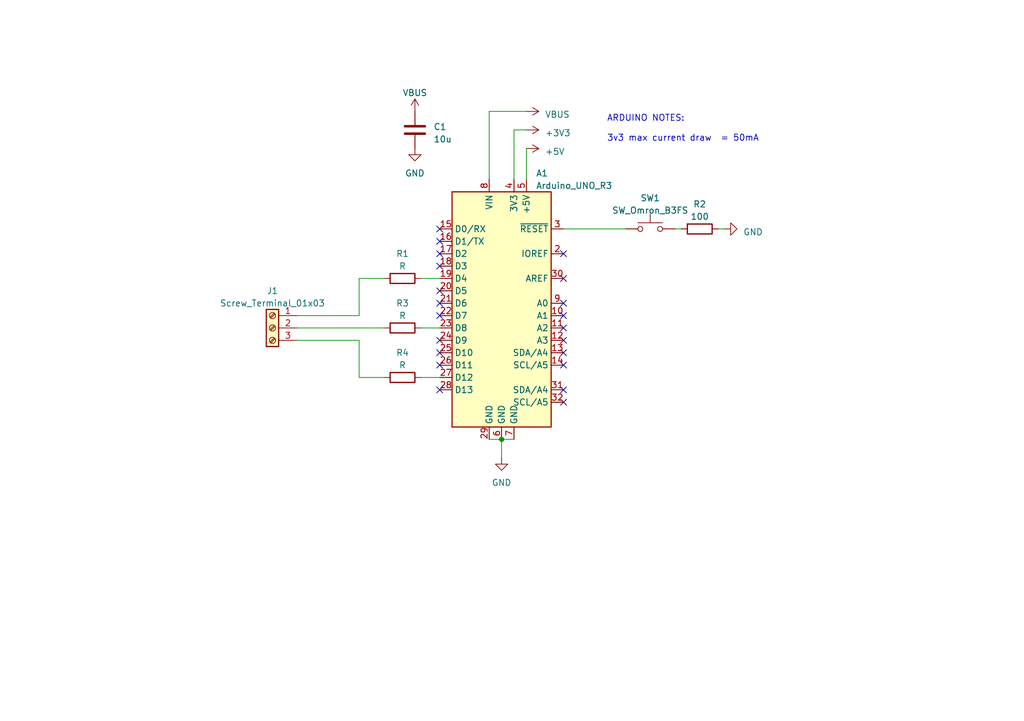
<source format=kicad_sch>
(kicad_sch (version 20230121) (generator eeschema)
  (paper "A5")
  (lib_symbols
    (symbol "Connector:Screw_Terminal_01x03" (pin_names (offset 1.016) hide)
      (property "Reference" "J" (at 0 5.08 0))
      (property "Value" "Screw_Terminal_01x03" (at 0 -5.08 0))
      (symbol "Screw_Terminal_01x03_1_1"
        (rectangle (start -1.27 3.81) (end 1.27 -3.81) (stroke (width 0.254)) (fill (type background)))
        (circle (center 0 -2.54) (radius 0.635) (stroke (width 0.1524)))
        (polyline (pts (xy -0.5334 -2.2098) (xy 0.3302 -3.048)) (stroke (width 0.1524)))
        (polyline (pts (xy -0.5334 0.3302) (xy 0.3302 -0.508)) (stroke (width 0.1524)))
        (polyline (pts (xy -0.5334 2.8702) (xy 0.3302 2.032)) (stroke (width 0.1524)))
        (polyline (pts (xy -0.3556 -2.032) (xy 0.508 -2.8702)) (stroke (width 0.1524)))
        (polyline (pts (xy -0.3556 0.508) (xy 0.508 -0.3302)) (stroke (width 0.1524)))
        (polyline (pts (xy -0.3556 3.048) (xy 0.508 2.2098)) (stroke (width 0.1524)))
        (circle (center 0 0) (radius 0.635) (stroke (width 0.1524)))
        (circle (center 0 2.54) (radius 0.635) (stroke (width 0.1524)))
        (pin passive line (at -5.08 2.54 0) (length 3.81) (name "Pin_1") (number "1"))
        (pin passive line (at -5.08 0 0) (length 3.81) (name "Pin_2") (number "2"))
        (pin passive line (at -5.08 -2.54 0) (length 3.81) (name "Pin_3") (number "3"))
      )
    )
    (symbol "Device:C" (pin_numbers hide) (pin_names (offset 0.254))
      (property "Reference" "C" (at 0.635 2.54 0))
      (property "Value" "C" (at 0.635 -2.54 0))
      (symbol "C_0_1"
        (polyline (pts (xy -2.032 -0.762) (xy 2.032 -0.762)) (stroke (width 0.508)))
        (polyline (pts (xy -2.032 0.762) (xy 2.032 0.762)) (stroke (width 0.508)))
      )
      (symbol "C_1_1"
        (pin passive line (at 0 3.81 270) (length 2.794) (name "~") (number "1"))
        (pin passive line (at 0 -3.81 90) (length 2.794) (name "~") (number "2"))
      )
    )
    (symbol "Device:R" (pin_numbers hide) (pin_names (offset 0))
      (property "Reference" "R" (at 2.032 0 90))
      (property "Value" "R" (at 0 0 90))
      (symbol "R_0_1"
        (rectangle (start -1.016 -2.54) (end 1.016 2.54) (stroke (width 0.254)))
      )
      (symbol "R_1_1"
        (pin passive line (at 0 3.81 270) (length 1.27) (name "~") (number "1"))
        (pin passive line (at 0 -3.81 90) (length 1.27) (name "~") (number "2"))
      )
    )
    (symbol "MCU_Module:Arduino_UNO_R3"
      (property "Reference" "A" (at -10.16 23.495 0))
      (property "Value" "Arduino_UNO_R3" (at 5.08 -26.67 0))
      (symbol "Arduino_UNO_R3_0_1"
        (rectangle (start -10.16 22.86) (end 10.16 -25.4) (stroke (width 0.254)) (fill (type background)))
      )
      (symbol "Arduino_UNO_R3_1_1"
        (pin no_connect line (at -10.16 -20.32 0) (length 2.54) hide (name "NC") (number "1"))
        (pin bidirectional line (at 12.7 -2.54 180) (length 2.54) (name "A1") (number "10"))
        (pin bidirectional line (at 12.7 -5.08 180) (length 2.54) (name "A2") (number "11"))
        (pin bidirectional line (at 12.7 -7.62 180) (length 2.54) (name "A3") (number "12"))
        (pin bidirectional line (at 12.7 -10.16 180) (length 2.54) (name "SDA/A4") (number "13"))
        (pin bidirectional line (at 12.7 -12.7 180) (length 2.54) (name "SCL/A5") (number "14"))
        (pin bidirectional line (at -12.7 15.24 0) (length 2.54) (name "D0/RX") (number "15"))
        (pin bidirectional line (at -12.7 12.7 0) (length 2.54) (name "D1/TX") (number "16"))
        (pin bidirectional line (at -12.7 10.16 0) (length 2.54) (name "D2") (number "17"))
        (pin bidirectional line (at -12.7 7.62 0) (length 2.54) (name "D3") (number "18"))
        (pin bidirectional line (at -12.7 5.08 0) (length 2.54) (name "D4") (number "19"))
        (pin output line (at 12.7 10.16 180) (length 2.54) (name "IOREF") (number "2"))
        (pin bidirectional line (at -12.7 2.54 0) (length 2.54) (name "D5") (number "20"))
        (pin bidirectional line (at -12.7 0 0) (length 2.54) (name "D6") (number "21"))
        (pin bidirectional line (at -12.7 -2.54 0) (length 2.54) (name "D7") (number "22"))
        (pin bidirectional line (at -12.7 -5.08 0) (length 2.54) (name "D8") (number "23"))
        (pin bidirectional line (at -12.7 -7.62 0) (length 2.54) (name "D9") (number "24"))
        (pin bidirectional line (at -12.7 -10.16 0) (length 2.54) (name "D10") (number "25"))
        (pin bidirectional line (at -12.7 -12.7 0) (length 2.54) (name "D11") (number "26"))
        (pin bidirectional line (at -12.7 -15.24 0) (length 2.54) (name "D12") (number "27"))
        (pin bidirectional line (at -12.7 -17.78 0) (length 2.54) (name "D13") (number "28"))
        (pin power_in line (at -2.54 -27.94 90) (length 2.54) (name "GND") (number "29"))
        (pin input line (at 12.7 15.24 180) (length 2.54) (name "~{RESET}") (number "3"))
        (pin input line (at 12.7 5.08 180) (length 2.54) (name "AREF") (number "30"))
        (pin bidirectional line (at 12.7 -17.78 180) (length 2.54) (name "SDA/A4") (number "31"))
        (pin bidirectional line (at 12.7 -20.32 180) (length 2.54) (name "SCL/A5") (number "32"))
        (pin power_out line (at 2.54 25.4 270) (length 2.54) (name "3V3") (number "4"))
        (pin power_out line (at 5.08 25.4 270) (length 2.54) (name "+5V") (number "5"))
        (pin power_in line (at 0 -27.94 90) (length 2.54) (name "GND") (number "6"))
        (pin power_in line (at 2.54 -27.94 90) (length 2.54) (name "GND") (number "7"))
        (pin power_in line (at -2.54 25.4 270) (length 2.54) (name "VIN") (number "8"))
        (pin bidirectional line (at 12.7 0 180) (length 2.54) (name "A0") (number "9"))
      )
    )
    (symbol "Switch:SW_Omron_B3FS" (pin_numbers hide) (pin_names (offset 1.016) hide)
      (property "Reference" "SW" (at 1.27 2.54 0))
      (property "Value" "SW_Omron_B3FS" (at 0 -1.524 0))
      (symbol "SW_Omron_B3FS_0_1"
        (circle (center -2.032 0) (radius 0.508))
        (polyline (pts (xy 0 1.27) (xy 0 3.048)))
        (polyline (pts (xy 2.54 1.27) (xy -2.54 1.27)))
        (circle (center 2.032 0) (radius 0.508))
        (pin passive line (at -5.08 0 0) (length 2.54) (name "1") (number "1"))
        (pin passive line (at 5.08 0 180) (length 2.54) (name "2") (number "2"))
      )
    )
    (symbol "power:+3V3" (power) (pin_names (offset 0))
      (property "Value" "+3V3" (at 0 3.556 0))
      (symbol "+3V3_0_1"
        (polyline (pts (xy -0.762 1.27) (xy 0 2.54)))
        (polyline (pts (xy 0 0) (xy 0 2.54)))
        (polyline (pts (xy 0 2.54) (xy 0.762 1.27)))
      )
      (symbol "+3V3_1_1"
        (pin power_in line (at 0 0 90) (length 0) hide (name "+3V3") (number "1"))
      )
    )
    (symbol "power:+5V" (power) (pin_names (offset 0))
      (property "Value" "+5V" (at 0 3.556 0))
      (symbol "+5V_0_1"
        (polyline (pts (xy -0.762 1.27) (xy 0 2.54)))
        (polyline (pts (xy 0 0) (xy 0 2.54)))
        (polyline (pts (xy 0 2.54) (xy 0.762 1.27)))
      )
      (symbol "+5V_1_1"
        (pin power_in line (at 0 0 90) (length 0) hide (name "+5V") (number "1"))
      )
    )
    (symbol "power:GND" (power) (pin_names (offset 0))
      (property "Value" "GND" (at 0 -3.81 0))
      (symbol "GND_0_1"
        (polyline (pts (xy 0 0) (xy 0 -1.27) (xy 1.27 -1.27) (xy 0 -2.54) (xy -1.27 -1.27) (xy 0 -1.27)))
      )
      (symbol "GND_1_1"
        (pin power_in line (at 0 0 270) (length 0) hide (name "GND") (number "1"))
      )
    )
    (symbol "power:VBUS" (power) (pin_names (offset 0))
      (property "Value" "VBUS" (at 0 3.81 0))
      (symbol "VBUS_0_1"
        (polyline (pts (xy -0.762 1.27) (xy 0 2.54)))
        (polyline (pts (xy 0 0) (xy 0 2.54)))
        (polyline (pts (xy 0 2.54) (xy 0.762 1.27)))
      )
      (symbol "VBUS_1_1"
        (pin power_in line (at 0 0 90) (length 0) hide (name "VBUS") (number "1"))
      )
    )
  )
  (junction (at 102.87 90.17))
  (no_connect (at 115.57 67.31))
  (no_connect (at 115.57 82.55))
  (no_connect (at 115.57 72.39))
  (no_connect (at 90.17 46.99))
  (no_connect (at 90.17 62.23))
  (no_connect (at 115.57 52.07))
  (no_connect (at 115.57 69.85))
  (no_connect (at 90.17 64.77))
  (no_connect (at 115.57 74.93))
  (no_connect (at 115.57 64.77))
  (no_connect (at 90.17 72.39))
  (no_connect (at 90.17 52.07))
  (no_connect (at 90.17 49.53))
  (no_connect (at 90.17 59.69))
  (no_connect (at 115.57 62.23))
  (no_connect (at 115.57 80.01))
  (no_connect (at 90.17 80.01))
  (no_connect (at 90.17 69.85))
  (no_connect (at 90.17 74.93))
  (no_connect (at 115.57 57.15))
  (no_connect (at 90.17 54.61))
  (wire (pts (xy 73.66 57.15) (xy 78.74 57.15)))
  (wire (pts (xy 107.95 30.48) (xy 107.95 36.83)))
  (wire (pts (xy 73.66 77.47) (xy 73.66 69.85)))
  (wire (pts (xy 60.96 67.31) (xy 78.74 67.31)))
  (wire (pts (xy 107.95 26.67) (xy 105.41 26.67)))
  (wire (pts (xy 86.36 57.15) (xy 90.17 57.15)))
  (wire (pts (xy 86.36 77.47) (xy 90.17 77.47)))
  (wire (pts (xy 102.87 90.17) (xy 102.87 93.98)))
  (wire (pts (xy 138.43 46.99) (xy 139.7 46.99)))
  (wire (pts (xy 147.32 46.99) (xy 148.59 46.99)))
  (wire (pts (xy 100.33 90.17) (xy 102.87 90.17)))
  (wire (pts (xy 73.66 64.77) (xy 73.66 57.15)))
  (wire (pts (xy 107.95 22.86) (xy 100.33 22.86)))
  (wire (pts (xy 100.33 22.86) (xy 100.33 36.83)))
  (wire (pts (xy 115.57 46.99) (xy 128.27 46.99)))
  (wire (pts (xy 73.66 77.47) (xy 78.74 77.47)))
  (wire (pts (xy 60.96 64.77) (xy 73.66 64.77)))
  (wire (pts (xy 86.36 67.31) (xy 90.17 67.31)))
  (wire (pts (xy 105.41 26.67) (xy 105.41 36.83)))
  (wire (pts (xy 102.87 90.17) (xy 105.41 90.17)))
  (wire (pts (xy 73.66 69.85) (xy 60.96 69.85)))
  (text "ARDUINO NOTES:\n\n3v3 max current draw  = 50mA\n" (at 124.46 29.21 0) (effects (font (size 1.27 1.27)) (justify left bottom)))
  (symbol (lib_id "power:GND") (at 102.87 93.98 0) (unit 1)
    (property "Reference" "#PWR04" (effects hide))
    (property "Value" "GND" (at 102.87 99.06 0))
  )
  (symbol (lib_id "Device:R") (at 82.55 67.31 90) (unit 1)
    (property "Reference" "R3" (at 82.55 62.23 90))
    (property "Value" "R" (at 82.55 64.77 90))
    (property "Footprint" "Resistor_SMD:R_0603_1608Metric" (effects hide))
  )
  (symbol (lib_id "power:GND") (at 148.59 46.99 90) (unit 1)
    (property "Reference" "#PWR05" (effects hide))
    (property "Value" "GND" (at 152.4 47.625 90) (effects (justify right)))
  )
  (symbol (lib_id "power:+5V") (at 107.95 30.48 270) (unit 1)
    (property "Reference" "#PWR03" (effects hide))
    (property "Value" "+5V" (at 111.76 31.115 90) (effects (justify left)))
  )
  (symbol (lib_id "Device:R") (at 143.51 46.99 90) (unit 1)
    (property "Reference" "R2" (at 143.51 41.91 90))
    (property "Value" "100" (at 143.51 44.45 90))
    (property "Footprint" "Resistor_SMD:R_0603_1608Metric" (effects hide))
  )
  (symbol (lib_id "power:GND") (at 85.09 30.48 0) (unit 1)
    (property "Reference" "#PWR07" (effects hide))
    (property "Value" "GND" (at 85.09 35.56 0))
  )
  (symbol (lib_id "power:VBUS") (at 107.95 22.86 270) (unit 1)
    (property "Reference" "#PWR01" (effects hide))
    (property "Value" "VBUS" (at 111.76 23.495 90) (effects (justify left)))
  )
  (symbol (lib_id "power:+3V3") (at 107.95 26.67 270) (unit 1)
    (property "Reference" "#PWR02" (effects hide))
    (property "Value" "+3V3" (at 111.76 27.305 90) (effects (justify left)))
  )
  (symbol (lib_id "Connector:Screw_Terminal_01x03") (at 55.88 67.31 0) (mirror y) (unit 1)
    (property "Reference" "J1" (at 55.88 59.69 0))
    (property "Value" "Screw_Terminal_01x03" (at 55.88 62.23 0))
    (property "Footprint" "TerminalBlock_Phoenix:TerminalBlock_Phoenix_MKDS-3-3-5.08_1x03_P5.08mm_Horizontal" (effects hide))
  )
  (symbol (lib_id "power:VBUS") (at 85.09 22.86 0) (unit 1)
    (property "Reference" "#PWR06" (effects hide))
    (property "Value" "VBUS" (at 85.09 19.05 0))
  )
  (symbol (lib_id "MCU_Module:Arduino_UNO_R3") (at 102.87 62.23 0) (unit 1)
    (property "Reference" "A1" (at 109.9059 35.56 0) (effects (justify left)))
    (property "Value" "Arduino_UNO_R3" (at 109.9059 38.1 0) (effects (justify left)))
    (property "Footprint" "Module:Arduino_UNO_R3" (effects hide))
    (property "Datasheet" "https://www.arduino.cc/en/Main/arduinoBoardUno" (effects hide))
  )
  (symbol (lib_id "Device:C") (at 85.09 26.67 0) (unit 1)
    (property "Reference" "C1" (at 88.9 26.035 0) (effects (justify left)))
    (property "Value" "10u" (at 88.9 28.575 0) (effects (justify left)))
    (property "Footprint" "Capacitor_SMD:C_0603_1608Metric" (effects hide))
  )
  (symbol (lib_id "Device:R") (at 82.55 77.47 90) (unit 1)
    (property "Reference" "R4" (at 82.55 72.39 90))
    (property "Value" "R" (at 82.55 74.93 90))
    (property "Footprint" "Resistor_SMD:R_0603_1608Metric" (effects hide))
  )
  (symbol (lib_id "Switch:SW_Omron_B3FS") (at 133.35 46.99 0) (unit 1)
    (property "Reference" "SW1" (at 133.35 40.64 0))
    (property "Value" "SW_Omron_B3FS" (at 133.35 43.18 0))
    (property "Footprint" "Button_Switch_SMD:SW_SPST_Omron_B3FS-100xP" (effects hide))
    (property "Datasheet" "https://omronfs.omron.com/en_US/ecb/products/pdf/en-b3fs.pdf" (effects hide))
  )
  (symbol (lib_id "Device:R") (at 82.55 57.15 90) (unit 1)
    (property "Reference" "R1" (at 82.55 52.07 90))
    (property "Value" "R" (at 82.55 54.61 90))
    (property "Footprint" "Resistor_SMD:R_0603_1608Metric" (effects hide))
  )
)
</source>
